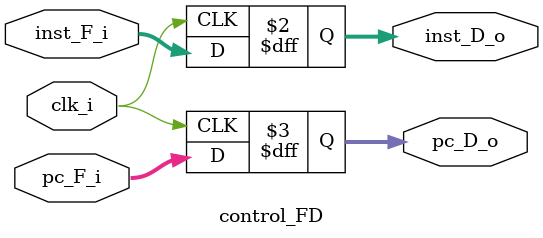
<source format=sv>
module control_FD(
	input logic 		clk_i,
	input logic [31:0]	inst_F_i,
	input logic [31:0]	pc_F_i,

	output logic [31:0] inst_D_o,
	output logic [31:0] pc_D_o
);
always_ff @(posedge clk_i) begin
	pc_D_o <= pc_F_i;
	inst_D_o <= inst_F_i;

end
endmodule : control_FD

</source>
